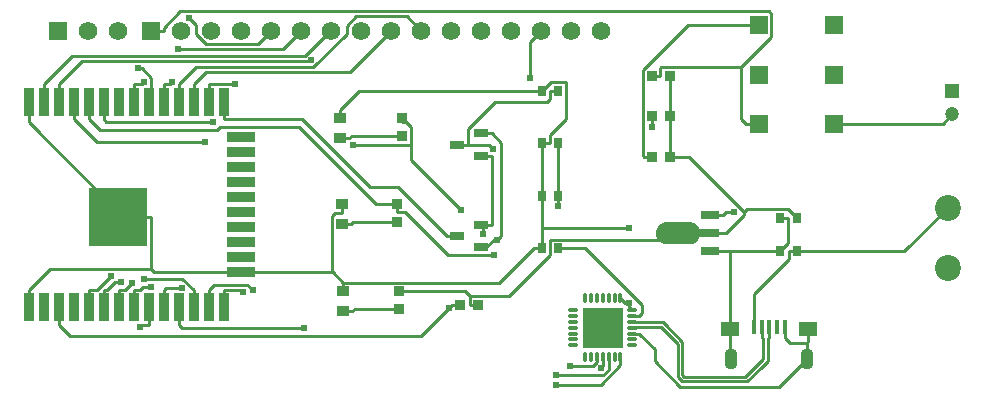
<source format=gtl>
G04 Layer: TopLayer*
G04 EasyEDA v6.5.51, 2025-11-13 11:15:01*
G04 eeee07b8e3394328a7c479296e6499dd,d08b7503fb3042b1851704d71a85d887,10*
G04 Gerber Generator version 0.2*
G04 Scale: 100 percent, Rotated: No, Reflected: No *
G04 Dimensions in millimeters *
G04 leading zeros omitted , absolute positions ,4 integer and 5 decimal *
%FSLAX45Y45*%
%MOMM*%

%AMMACRO1*21,1,$1,$2,0,0,$3*%
%ADD10C,0.2540*%
%ADD11R,0.8000X0.9000*%
%ADD12R,1.0000X0.8999*%
%ADD13MACRO1,0.672X1.575X90.0000*%
%ADD14R,1.2500X0.7000*%
%ADD15R,0.0107X0.7000*%
%ADD16MACRO1,0.864X0.8065X90.0000*%
%ADD17MACRO1,0.864X0.8065X0.0000*%
%ADD18R,0.8640X0.8065*%
%ADD19R,3.5000X3.5000*%
%ADD20O,0.28001X0.899998*%
%ADD21O,0.899998X0.28001*%
%ADD22R,0.9000X2.4000*%
%ADD23R,2.4000X0.9000*%
%ADD24R,5.0000X5.0000*%
%ADD25R,0.4000X1.3000*%
%ADD26R,1.6000X1.2000*%
%ADD27MACRO1,1.2X1.2X-90.0000*%
%ADD28C,1.2000*%
%ADD29R,1.5748X1.5748*%
%ADD30C,1.5748*%
%ADD31C,2.2000*%
%ADD32O,1.099998X1.799996*%
%ADD33C,0.6100*%

%LPD*%
D10*
X5939612Y6400774D02*
G01*
X5970612Y6400774D01*
X5975332Y6405493D01*
X6076932Y6405493D01*
X6180206Y6405493D01*
X6197600Y6388100D01*
X6324600Y6261100D01*
X6324600Y6032500D01*
X6324600Y5980303D01*
X6359400Y5945502D01*
X6910702Y5945502D01*
X7035800Y6070600D01*
X7087100Y6121900D01*
X7087100Y6204094D01*
X7087100Y6305694D01*
X7099300Y6317894D01*
X7099300Y6408293D01*
X5939612Y6450812D02*
G01*
X5970612Y6450812D01*
X5975332Y6446093D01*
X6076932Y6446093D01*
X6197023Y6446093D01*
X6214417Y6428699D01*
X6365199Y6277917D01*
X6365199Y6032500D01*
X6365199Y5997120D01*
X6376217Y5986101D01*
X6893885Y5986101D01*
X7018982Y6111199D01*
X7046501Y6138717D01*
X7046501Y6204094D01*
X7046501Y6305694D01*
X7034301Y6317894D01*
X7034301Y6408293D01*
X1338681Y6572224D02*
G01*
X1338681Y6720128D01*
X1526387Y6839940D02*
G01*
X1406575Y6720128D01*
X1338681Y6720128D01*
X6860641Y8605697D02*
G01*
X7117232Y8862288D01*
X7117232Y9059290D01*
X7095337Y9081185D01*
X2112670Y9081185D01*
X1973554Y8942070D01*
X1973554Y8915400D01*
X6177813Y8534400D02*
G01*
X6177813Y8602649D01*
X6180861Y8605697D01*
X6860641Y8605697D01*
X6903745Y8128000D02*
G01*
X6860641Y8171103D01*
X6860641Y8605697D01*
X1866900Y8915400D02*
G01*
X1973554Y8915400D01*
X6109563Y8534400D02*
G01*
X6177813Y8534400D01*
X7010400Y8128000D02*
G01*
X6903745Y8128000D01*
X1465681Y6720128D02*
G01*
X1489430Y6720128D01*
X1559560Y6790258D01*
X1612468Y6790258D01*
X1465681Y6572224D02*
G01*
X1465681Y6720128D01*
X6109563Y8191500D02*
G01*
X6109563Y8099425D01*
X1719681Y6572224D02*
G01*
X1719681Y6720128D01*
X1864918Y6747890D02*
G01*
X1799793Y6747890D01*
X1772030Y6720128D01*
X1719681Y6720128D01*
X1846681Y6572224D02*
G01*
X1846681Y6424295D01*
X1846681Y6424295D02*
G01*
X1790471Y6424295D01*
X1768932Y6402755D01*
X5076139Y8511362D02*
G01*
X5076139Y8822639D01*
X5168900Y8915400D01*
X1973681Y6720128D02*
G01*
X1992655Y6739102D01*
X2124760Y6739102D01*
X1973681Y6572224D02*
G01*
X1973681Y6720128D01*
X2100681Y6424295D02*
G01*
X2123947Y6401028D01*
X3162528Y6401028D01*
X2100681Y6572224D02*
G01*
X2100681Y6424295D01*
X2227681Y6720128D02*
G01*
X2131568Y6816242D01*
X1803222Y6816242D01*
X2227681Y6572224D02*
G01*
X2227681Y6720128D01*
X2646324Y6700723D02*
G01*
X2626918Y6720128D01*
X2481681Y6720128D01*
X2481681Y6572224D02*
G01*
X2481681Y6720128D01*
X5689625Y6150787D02*
G01*
X5689625Y6073952D01*
X5674283Y6058611D01*
X4063060Y7948142D02*
G01*
X3572459Y7948142D01*
X3987800Y8141614D02*
G01*
X4023461Y8141614D01*
X4063060Y8102015D01*
X4063060Y7948142D01*
X4063060Y7948142D02*
G01*
X4063060Y7821142D01*
X4487036Y7397165D01*
X1211681Y8312175D02*
G01*
X1211681Y8164271D01*
X2321839Y7970367D02*
G01*
X1405585Y7970367D01*
X1211681Y8164271D01*
X3987800Y8175726D02*
G01*
X3987800Y8141614D01*
X4550409Y7950200D02*
G01*
X4728895Y7950200D01*
X4763414Y7915681D01*
X4460011Y7950200D02*
G01*
X4550409Y7950200D01*
X4460011Y7950200D02*
G01*
X4550409Y7950200D01*
X4391228Y6566077D02*
G01*
X4416450Y6591300D01*
X1084681Y6424295D02*
G01*
X1179728Y6329248D01*
X4154398Y6329248D01*
X4391228Y6566077D01*
X4484674Y6591300D02*
G01*
X4416450Y6591300D01*
X1084681Y6572224D02*
G01*
X1084681Y6424295D01*
X5315102Y8407400D02*
G01*
X5247182Y8407400D01*
X4550409Y7950200D02*
G01*
X4550409Y8085810D01*
X4774971Y8310371D01*
X5218074Y8310371D01*
X5247182Y8339480D01*
X5247182Y8407400D01*
X3217240Y8665794D02*
G01*
X3208477Y8657031D01*
X1281607Y8657031D01*
X1084681Y8460104D01*
X1084681Y8312175D02*
G01*
X1084681Y8460104D01*
X2354681Y6572224D02*
G01*
X2354681Y6720128D01*
X2725547Y6715836D02*
G01*
X2680461Y6760921D01*
X2395474Y6760921D01*
X2354681Y6720128D01*
X5290565Y5916015D02*
G01*
X5672200Y5916015D01*
X5839739Y6083554D01*
X5839739Y6150787D01*
X4672812Y7189749D02*
G01*
X4672812Y7270495D01*
X4672812Y7270495D02*
G01*
X4750409Y7270495D01*
X4660011Y7270495D02*
G01*
X4672812Y7270495D01*
X4750409Y7270495D02*
G01*
X4750409Y7855204D01*
X4660011Y7855204D02*
G01*
X4750409Y7855204D01*
X2882900Y8915400D02*
G01*
X2772511Y8805011D01*
X2331948Y8805011D01*
X2247900Y8889060D01*
X2247900Y8965412D01*
X2190699Y9022613D01*
X1846681Y8312175D02*
G01*
X1866061Y8331555D01*
X1866061Y8517762D01*
X1785365Y8598458D01*
X1759102Y8598458D01*
X6706590Y7350912D02*
G01*
X6734606Y7378928D01*
X6802805Y7378928D01*
X6599936Y7350912D02*
G01*
X6706590Y7350912D01*
X7334402Y7048500D02*
G01*
X8242300Y7048500D01*
X8610600Y7416800D01*
X7300442Y7048500D02*
G01*
X7334402Y7048500D01*
X7300442Y7048500D02*
G01*
X7266482Y7048500D01*
X6969302Y6408293D02*
G01*
X6969302Y6683400D01*
X7266482Y6980580D01*
X7266482Y7048500D01*
X1628749Y7340498D02*
G01*
X830681Y8138566D01*
X830681Y8312175D01*
X1628749Y7340498D02*
G01*
X1862912Y7340498D01*
X1584985Y7340498D02*
G01*
X1628749Y7340498D01*
X5107177Y7073900D02*
G01*
X4815636Y6782358D01*
X3492500Y6782358D01*
X5915964Y7241667D02*
G01*
X5175097Y7241667D01*
X5175097Y7241667D02*
G01*
X5175097Y7518400D01*
X5175097Y7073900D02*
G01*
X5175097Y7241667D01*
X1862912Y6898512D02*
G01*
X1890725Y6870700D01*
X2475788Y6870700D01*
X1862912Y7340498D02*
G01*
X1862912Y6898512D01*
X1862912Y6898512D02*
G01*
X1009065Y6898512D01*
X830681Y6720128D01*
X2623718Y6870700D02*
G01*
X2475788Y6870700D01*
X830681Y6572224D02*
G01*
X830681Y6720128D01*
X7419314Y6139306D02*
G01*
X7178573Y5898565D01*
X6347206Y5898565D01*
X6128588Y6117183D01*
X6128588Y6216573D01*
X5994425Y6350736D01*
X5939612Y6350736D01*
X3492500Y6782358D02*
G01*
X3404158Y6870700D01*
X3401720Y6870700D01*
X6769303Y7048500D02*
G01*
X6766890Y7050912D01*
X6599936Y7050912D01*
X6769303Y6392290D02*
G01*
X6769303Y7048500D01*
X6769303Y7048500D02*
G01*
X7126477Y7048500D01*
X6779310Y6139306D02*
G01*
X6769303Y6149314D01*
X6769303Y6392290D01*
X5175097Y7073900D02*
G01*
X5107177Y7073900D01*
X7262317Y7327900D02*
G01*
X7262317Y7116419D01*
X7194397Y7048500D01*
X5175097Y7962900D02*
G01*
X5175097Y7518400D01*
X5175097Y8407400D02*
G01*
X5248198Y8480501D01*
X5375808Y8480501D01*
X5383199Y8473109D01*
X5383199Y8171002D01*
X5243017Y8030819D01*
X5243017Y7962900D01*
X3467100Y8247811D02*
G01*
X3626688Y8407400D01*
X5175097Y8407400D01*
X5175097Y7962900D02*
G01*
X5243017Y7962900D01*
X7194397Y7327900D02*
G01*
X7262317Y7327900D01*
X7645400Y8128000D02*
G01*
X8570899Y8128000D01*
X8648700Y8205800D01*
X3401720Y6870700D02*
G01*
X2623718Y6870700D01*
X3479800Y7444638D02*
G01*
X3479800Y7371740D01*
X3479800Y7371740D02*
G01*
X3425113Y7371740D01*
X3401720Y7348346D01*
X3401720Y6870700D01*
X3467100Y8174888D02*
G01*
X3467100Y8247811D01*
X7194397Y7048500D02*
G01*
X7126477Y7048500D01*
X3492500Y6709435D02*
G01*
X3492500Y6782358D01*
X7419314Y6270802D02*
G01*
X7273874Y6270802D01*
X7229297Y6315379D01*
X7429296Y6392290D02*
G01*
X7429296Y6280785D01*
X7419314Y6270802D01*
X7419314Y6139306D02*
G01*
X7419314Y6270802D01*
X7229297Y6408293D02*
G01*
X7229297Y6315379D01*
X1973681Y8312175D02*
G01*
X1973681Y8460104D01*
X1973681Y8460104D02*
G01*
X2022830Y8460104D01*
X2041880Y8479154D01*
X5914491Y6612915D02*
G01*
X5914491Y6576009D01*
X5939612Y6550888D01*
X5839739Y6650786D02*
G01*
X5877585Y6612940D01*
X5877585Y6612915D01*
X5914491Y6612915D01*
X5315102Y7426680D02*
G01*
X5315102Y7518400D01*
X5315102Y7962900D02*
G01*
X5315102Y7518400D01*
X2354681Y8460104D02*
G01*
X2354834Y8460257D01*
X2575483Y8460257D01*
X2354681Y8312175D02*
G01*
X2354681Y8460104D01*
X1719681Y8312175D02*
G01*
X1719681Y8460104D01*
X1719681Y8460104D02*
G01*
X1788083Y8460104D01*
X1807463Y8479485D01*
X2092197Y8764219D02*
G01*
X2985719Y8764219D01*
X3136900Y8915400D01*
X4460011Y7175500D02*
G01*
X4369587Y7175500D01*
X2481681Y8312175D02*
G01*
X2481681Y8164271D01*
X2481681Y8164271D02*
G01*
X3147771Y8164271D01*
X3723817Y7588224D01*
X3956862Y7588224D01*
X4369587Y7175500D01*
X2100681Y8460104D02*
G01*
X2246960Y8606383D01*
X3240684Y8606383D01*
X3521862Y8887561D01*
X3521862Y8957055D01*
X3602583Y9037777D01*
X4030522Y9037777D01*
X4152900Y8915400D01*
X2100681Y8312175D02*
G01*
X2100681Y8460104D01*
X4567097Y6667982D02*
G01*
X4524806Y6710273D01*
X4033520Y6710273D01*
X4567097Y6667982D02*
G01*
X4894224Y6667982D01*
X5243195Y7016953D01*
X5243195Y7139609D01*
X5250586Y7147001D01*
X6274815Y7147001D01*
X6328689Y7200874D01*
X4567097Y6667982D02*
G01*
X4567097Y6591300D01*
X6886193Y7380655D02*
G01*
X6886193Y7354722D01*
X6732346Y7200874D01*
X6328689Y7200874D01*
X3962400Y6710273D02*
G01*
X4033520Y6710273D01*
X6260236Y7848600D02*
G01*
X6418249Y7848600D01*
X6886193Y7380655D01*
X6260236Y8191500D02*
G01*
X6260236Y7848600D01*
X6886193Y7380655D02*
G01*
X6913143Y7407605D01*
X7254697Y7407605D01*
X7334402Y7327900D01*
X4635322Y6591300D02*
G01*
X4567097Y6591300D01*
X6260236Y8534400D02*
G01*
X6260236Y8191500D01*
X3467100Y8004886D02*
G01*
X3545027Y8004886D01*
X3987800Y8025079D02*
G01*
X3565220Y8025079D01*
X3545027Y8004886D01*
X3479800Y7274636D02*
G01*
X3557727Y7274636D01*
X3949700Y7294829D02*
G01*
X3577920Y7294829D01*
X3557727Y7274636D01*
X3492500Y6539433D02*
G01*
X3570427Y6539433D01*
X3962400Y6559626D02*
G01*
X3590620Y6559626D01*
X3570427Y6539433D01*
X5939612Y6500850D02*
G01*
X5994603Y6500850D01*
X6020866Y6527114D01*
X6020866Y6589395D01*
X5536361Y7073900D01*
X5315102Y7073900D01*
X3390900Y8915400D02*
G01*
X3384041Y8915400D01*
X3166440Y8697798D01*
X1195374Y8697798D01*
X957681Y8460104D01*
X957681Y8312175D02*
G01*
X957681Y8460104D01*
X2227681Y8312175D02*
G01*
X2227681Y8460104D01*
X2227681Y8460104D02*
G01*
X2330983Y8563406D01*
X3546906Y8563406D01*
X3898900Y8915400D01*
X1465681Y8312175D02*
G01*
X1465681Y8164271D01*
X1465681Y8164271D02*
G01*
X1486204Y8143747D01*
X2390927Y8143747D01*
X5639587Y6150787D02*
G01*
X5639587Y6106744D01*
X5609361Y6076518D01*
X5416677Y6076518D01*
X4796205Y7141718D02*
G01*
X4830114Y7175627D01*
X4830114Y7965490D01*
X4750409Y8045195D01*
X4796205Y7141718D02*
G01*
X4766436Y7141718D01*
X4705222Y7080504D01*
X4660011Y7080504D02*
G01*
X4705222Y7080504D01*
X4660011Y8045195D02*
G01*
X4750409Y8045195D01*
X5293106Y5996330D02*
G01*
X5694857Y5996330D01*
X5739663Y6041136D01*
X5739663Y6150787D01*
X3949700Y7445476D02*
G01*
X3949700Y7377252D01*
X3949700Y7377252D02*
G01*
X4017924Y7377252D01*
X4377766Y7017410D01*
X4770577Y7017410D01*
X1338681Y8164271D02*
G01*
X1429969Y8072983D01*
X2427401Y8072983D01*
X2450312Y8095894D01*
X3117773Y8095894D01*
X3768191Y7445476D01*
X3949700Y7445476D01*
X1338681Y8312175D02*
G01*
X1338681Y8164271D01*
X1703730Y6780301D02*
G01*
X1643557Y6720128D01*
X1592681Y6720128D01*
X1592681Y6572224D02*
G01*
X1592681Y6720128D01*
X7010400Y8959850D02*
G01*
X6408496Y8959850D01*
X6034659Y8586012D01*
X6034659Y7855280D01*
X6041339Y7848600D01*
X6109563Y7848600D02*
G01*
X6041339Y7848600D01*
D11*
G01*
X7334402Y7048500D03*
G01*
X7194397Y7048500D03*
G01*
X7334402Y7327900D03*
G01*
X7194397Y7327900D03*
G01*
X5315102Y7073900D03*
G01*
X5175097Y7073900D03*
G01*
X5315102Y7962900D03*
G01*
X5175097Y7962900D03*
G01*
X5315102Y7518400D03*
G01*
X5175097Y7518400D03*
G01*
X5315102Y8407400D03*
G01*
X5175097Y8407400D03*
D12*
G01*
X3492500Y6709435D03*
G01*
X3492500Y6539433D03*
G01*
X3479800Y7444638D03*
G01*
X3479800Y7274636D03*
G01*
X3467100Y8174888D03*
G01*
X3467100Y8004886D03*
D13*
G01*
X6599930Y7050913D03*
G01*
X6599930Y7350912D03*
G36*
X6235979Y7295883D02*
G01*
X6421399Y7295883D01*
X6425852Y7295776D01*
X6430294Y7295464D01*
X6434719Y7294943D01*
X6439113Y7294217D01*
X6443469Y7293282D01*
X6447774Y7292146D01*
X6452024Y7290810D01*
X6456205Y7289276D01*
X6460309Y7287547D01*
X6464330Y7285629D01*
X6468254Y7283523D01*
X6472077Y7281235D01*
X6475788Y7278771D01*
X6479379Y7276137D01*
X6482841Y7273338D01*
X6486171Y7270376D01*
X6489357Y7267265D01*
X6492394Y7264006D01*
X6495275Y7260610D01*
X6497993Y7257082D01*
X6500543Y7253429D01*
X6502918Y7249662D01*
X6505115Y7245786D01*
X6507129Y7241814D01*
X6508953Y7233884D01*
X6678686Y7233884D01*
X6678686Y7167885D01*
X6508953Y7167885D01*
X6507129Y7159950D01*
X6505115Y7155977D01*
X6502918Y7152101D01*
X6500543Y7148334D01*
X6497993Y7144682D01*
X6495275Y7141154D01*
X6492394Y7137758D01*
X6489357Y7134499D01*
X6486171Y7131387D01*
X6482841Y7128426D01*
X6479379Y7125627D01*
X6475788Y7122993D01*
X6472077Y7120529D01*
X6468254Y7118240D01*
X6464330Y7116135D01*
X6460309Y7114217D01*
X6456205Y7112487D01*
X6452024Y7110953D01*
X6447774Y7109617D01*
X6443469Y7108482D01*
X6439113Y7107547D01*
X6434719Y7106820D01*
X6430294Y7106300D01*
X6425852Y7105987D01*
X6421399Y7105881D01*
X6235979Y7105881D01*
X6231526Y7105987D01*
X6227084Y7106300D01*
X6222659Y7106820D01*
X6218265Y7107547D01*
X6213909Y7108482D01*
X6209604Y7109617D01*
X6205354Y7110953D01*
X6201173Y7112487D01*
X6197069Y7114217D01*
X6193048Y7116135D01*
X6189124Y7118240D01*
X6185301Y7120529D01*
X6181590Y7122993D01*
X6177998Y7125627D01*
X6174536Y7128426D01*
X6171206Y7131387D01*
X6168021Y7134499D01*
X6164983Y7137758D01*
X6162103Y7141154D01*
X6159385Y7144682D01*
X6156835Y7148334D01*
X6154460Y7152101D01*
X6152263Y7155977D01*
X6150249Y7159950D01*
X6148425Y7164014D01*
X6146792Y7168156D01*
X6145357Y7172373D01*
X6144120Y7176653D01*
X6143086Y7180986D01*
X6142255Y7185360D01*
X6141631Y7189772D01*
X6141214Y7194207D01*
X6141006Y7198654D01*
X6141006Y7203109D01*
X6141214Y7207557D01*
X6141631Y7211992D01*
X6142255Y7216404D01*
X6143086Y7220778D01*
X6144120Y7225111D01*
X6145357Y7229391D01*
X6146792Y7233607D01*
X6148425Y7237750D01*
X6150249Y7241814D01*
X6152263Y7245786D01*
X6154460Y7249662D01*
X6156835Y7253429D01*
X6159385Y7257082D01*
X6162103Y7260610D01*
X6164983Y7264006D01*
X6168021Y7267265D01*
X6171206Y7270376D01*
X6174536Y7273338D01*
X6177998Y7276137D01*
X6181590Y7278771D01*
X6185301Y7281235D01*
X6189124Y7283523D01*
X6193048Y7285629D01*
X6197069Y7287547D01*
X6201173Y7289276D01*
X6205354Y7290810D01*
X6209604Y7292146D01*
X6213909Y7293282D01*
X6218265Y7294217D01*
X6222659Y7294943D01*
X6227084Y7295464D01*
X6231526Y7295776D01*
X6235979Y7295883D01*
G37*
D14*
G01*
X4660011Y7855204D03*
G01*
X4660011Y8045195D03*
G01*
X4460011Y7950200D03*
G01*
X4660011Y7080504D03*
G01*
X4660011Y7270495D03*
G01*
X4460011Y7175500D03*
D16*
G01*
X4635331Y6591300D03*
G01*
X4484681Y6591300D03*
D17*
G01*
X3962400Y6710272D03*
D18*
G01*
X3962400Y6559626D03*
D17*
G01*
X3949700Y7445477D03*
D18*
G01*
X3949700Y7294829D03*
D17*
G01*
X3987800Y8175727D03*
D18*
G01*
X3987800Y8025079D03*
D19*
G01*
X5689600Y6400774D03*
D20*
G01*
X5839739Y6150787D03*
G01*
X5789701Y6150787D03*
G01*
X5739663Y6150787D03*
G01*
X5689625Y6150787D03*
G01*
X5639587Y6150787D03*
G01*
X5589549Y6150787D03*
G01*
X5539511Y6150787D03*
D21*
G01*
X5439613Y6250660D03*
G01*
X5439613Y6300698D03*
G01*
X5439613Y6350736D03*
G01*
X5439613Y6400774D03*
G01*
X5439613Y6450812D03*
G01*
X5439613Y6500850D03*
G01*
X5439613Y6550888D03*
D20*
G01*
X5539511Y6650786D03*
G01*
X5589549Y6650786D03*
G01*
X5639587Y6650786D03*
G01*
X5689625Y6650786D03*
G01*
X5739663Y6650786D03*
G01*
X5789701Y6650786D03*
G01*
X5839739Y6650786D03*
D21*
G01*
X5939612Y6550888D03*
G01*
X5939612Y6500850D03*
G01*
X5939612Y6450812D03*
G01*
X5939612Y6400774D03*
G01*
X5939612Y6350736D03*
G01*
X5939612Y6300698D03*
G01*
X5939612Y6250660D03*
D22*
G01*
X830681Y6572224D03*
G01*
X957681Y6572224D03*
G01*
X1084681Y6572224D03*
G01*
X1211681Y6572224D03*
G01*
X1338681Y6572224D03*
G01*
X1465681Y6572224D03*
G01*
X1592681Y6572224D03*
G01*
X1719681Y6572224D03*
G01*
X1846681Y6572224D03*
G01*
X1973681Y6572224D03*
G01*
X2100681Y6572224D03*
G01*
X2227681Y6572224D03*
G01*
X2354681Y6572224D03*
G01*
X2481681Y6572224D03*
D23*
G01*
X2623718Y6870700D03*
G01*
X2623718Y6997700D03*
G01*
X2623718Y7124700D03*
G01*
X2623718Y7251700D03*
G01*
X2623718Y7378700D03*
G01*
X2623693Y7505700D03*
G01*
X2623693Y7632700D03*
G01*
X2623693Y7759700D03*
G01*
X2623693Y7886700D03*
G01*
X2623693Y8013700D03*
D22*
G01*
X2481681Y8312175D03*
G01*
X2354681Y8312175D03*
G01*
X2227681Y8312175D03*
G01*
X2100681Y8312175D03*
G01*
X1973681Y8312175D03*
G01*
X1846681Y8312175D03*
G01*
X1719681Y8312175D03*
G01*
X1592681Y8312175D03*
G01*
X1465681Y8312175D03*
G01*
X1338681Y8312175D03*
G01*
X1211681Y8312175D03*
G01*
X1084681Y8312175D03*
G01*
X957681Y8312175D03*
G01*
X830681Y8312175D03*
D24*
G01*
X1584985Y7340498D03*
D25*
G01*
X6969302Y6408293D03*
G01*
X7229297Y6408293D03*
G01*
X7164298Y6408293D03*
G01*
X7099300Y6408293D03*
G01*
X7034301Y6408293D03*
D26*
G01*
X7429296Y6392290D03*
G01*
X6769303Y6392290D03*
D16*
G01*
X6260224Y8534400D03*
G01*
X6109575Y8534400D03*
G01*
X6260224Y8191500D03*
G01*
X6109575Y8191500D03*
G01*
X6260224Y7848600D03*
G01*
X6109575Y7848600D03*
D27*
G01*
X8648700Y8405799D03*
D28*
G01*
X8648700Y8205800D03*
D29*
G01*
X1866900Y8915400D03*
D30*
G01*
X2120900Y8915400D03*
G01*
X2374900Y8915400D03*
G01*
X2628900Y8915400D03*
G01*
X2882900Y8915400D03*
G01*
X3136900Y8915400D03*
G01*
X3390900Y8915400D03*
G01*
X3644900Y8915400D03*
G01*
X3898900Y8915400D03*
G01*
X4152900Y8915400D03*
G01*
X4406900Y8915400D03*
G01*
X4660900Y8915400D03*
G01*
X4914900Y8915400D03*
G01*
X5168900Y8915400D03*
G01*
X5422900Y8915400D03*
G01*
X5676900Y8915400D03*
D29*
G01*
X1079500Y8915400D03*
D30*
G01*
X1333500Y8915400D03*
G01*
X1587500Y8915400D03*
D29*
G01*
X7010400Y8959850D03*
G01*
X7010400Y8543925D03*
G01*
X7010400Y8128000D03*
G01*
X7645400Y8959850D03*
G01*
X7645400Y8543925D03*
G01*
X7645400Y8128000D03*
D31*
G01*
X8610600Y7416800D03*
G01*
X8610600Y6908800D03*
D32*
G01*
X7419314Y6139306D03*
G01*
X6779310Y6139306D03*
D33*
G01*
X1526387Y6839940D03*
G01*
X1612468Y6790258D03*
G01*
X6109563Y8099425D03*
G01*
X1864918Y6747890D03*
G01*
X5076139Y8511362D03*
G01*
X1768932Y6402755D03*
G01*
X2124760Y6739102D03*
G01*
X3162528Y6401028D03*
G01*
X1803222Y6816242D03*
G01*
X2646324Y6700723D03*
G01*
X5674283Y6058611D03*
G01*
X4487036Y7397165D03*
G01*
X2321839Y7970367D03*
G01*
X3572459Y7948142D03*
G01*
X4763414Y7915681D03*
G01*
X4391228Y6566077D03*
G01*
X3217240Y8665794D03*
G01*
X2725547Y6715836D03*
G01*
X4672812Y7189749D03*
G01*
X5290565Y5916015D03*
G01*
X2190699Y9022613D03*
G01*
X1759102Y8598458D03*
G01*
X6802805Y7378928D03*
G01*
X5915964Y7241667D03*
G01*
X2041880Y8479154D03*
G01*
X5315102Y7426680D03*
G01*
X5914491Y6612915D03*
G01*
X2575483Y8460257D03*
G01*
X2092197Y8764219D03*
G01*
X1807463Y8479485D03*
G01*
X2390927Y8143747D03*
G01*
X4796205Y7141718D03*
G01*
X5416677Y6076518D03*
G01*
X5293106Y5996330D03*
G01*
X4770577Y7017410D03*
G01*
X1703730Y6780301D03*
M02*

</source>
